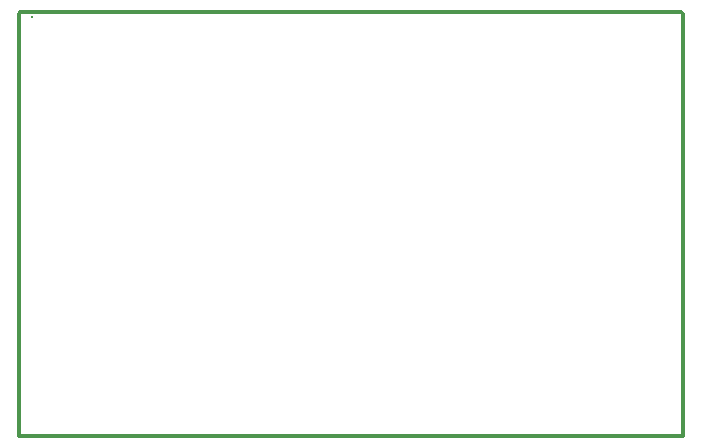
<source format=gbp>
G04 Layer_Color=128*
%FSLAX25Y25*%
%MOIN*%
G70*
G01*
G75*
%ADD42C,0.01200*%
%ADD43R,0.00984X0.00787*%
D42*
X106570Y240570D02*
X326930D01*
X106000Y240000D02*
X106570Y240570D01*
X106000Y99500D02*
Y240000D01*
X327500Y99500D02*
Y240000D01*
X106000Y99500D02*
X327500D01*
D43*
X110335Y239075D02*
D03*
M02*

</source>
